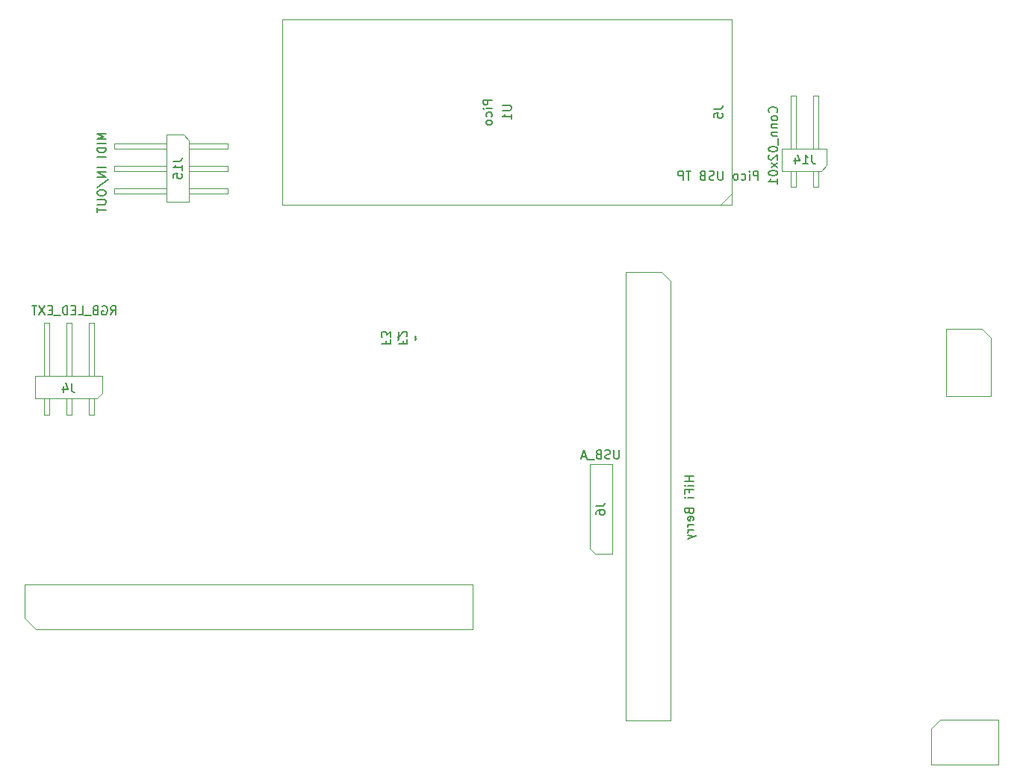
<source format=gbr>
%TF.GenerationSoftware,KiCad,Pcbnew,7.0.1.1-36-gbcf78dbe24-dirty-deb11*%
%TF.CreationDate,2023-05-13T09:01:53+00:00*%
%TF.ProjectId,pedalboard-hw,70656461-6c62-46f6-9172-642d68772e6b,2.0.0*%
%TF.SameCoordinates,Original*%
%TF.FileFunction,AssemblyDrawing,Bot*%
%FSLAX46Y46*%
G04 Gerber Fmt 4.6, Leading zero omitted, Abs format (unit mm)*
G04 Created by KiCad (PCBNEW 7.0.1.1-36-gbcf78dbe24-dirty-deb11) date 2023-05-13 09:01:53*
%MOMM*%
%LPD*%
G01*
G04 APERTURE LIST*
%ADD10C,0.150000*%
%ADD11C,0.100000*%
%ADD12C,0.120000*%
G04 APERTURE END LIST*
D10*
%TO.C,J6*%
X115696428Y-87292619D02*
X115696428Y-88102142D01*
X115696428Y-88102142D02*
X115648809Y-88197380D01*
X115648809Y-88197380D02*
X115601190Y-88245000D01*
X115601190Y-88245000D02*
X115505952Y-88292619D01*
X115505952Y-88292619D02*
X115315476Y-88292619D01*
X115315476Y-88292619D02*
X115220238Y-88245000D01*
X115220238Y-88245000D02*
X115172619Y-88197380D01*
X115172619Y-88197380D02*
X115125000Y-88102142D01*
X115125000Y-88102142D02*
X115125000Y-87292619D01*
X114696428Y-88245000D02*
X114553571Y-88292619D01*
X114553571Y-88292619D02*
X114315476Y-88292619D01*
X114315476Y-88292619D02*
X114220238Y-88245000D01*
X114220238Y-88245000D02*
X114172619Y-88197380D01*
X114172619Y-88197380D02*
X114125000Y-88102142D01*
X114125000Y-88102142D02*
X114125000Y-88006904D01*
X114125000Y-88006904D02*
X114172619Y-87911666D01*
X114172619Y-87911666D02*
X114220238Y-87864047D01*
X114220238Y-87864047D02*
X114315476Y-87816428D01*
X114315476Y-87816428D02*
X114505952Y-87768809D01*
X114505952Y-87768809D02*
X114601190Y-87721190D01*
X114601190Y-87721190D02*
X114648809Y-87673571D01*
X114648809Y-87673571D02*
X114696428Y-87578333D01*
X114696428Y-87578333D02*
X114696428Y-87483095D01*
X114696428Y-87483095D02*
X114648809Y-87387857D01*
X114648809Y-87387857D02*
X114601190Y-87340238D01*
X114601190Y-87340238D02*
X114505952Y-87292619D01*
X114505952Y-87292619D02*
X114267857Y-87292619D01*
X114267857Y-87292619D02*
X114125000Y-87340238D01*
X113363095Y-87768809D02*
X113220238Y-87816428D01*
X113220238Y-87816428D02*
X113172619Y-87864047D01*
X113172619Y-87864047D02*
X113125000Y-87959285D01*
X113125000Y-87959285D02*
X113125000Y-88102142D01*
X113125000Y-88102142D02*
X113172619Y-88197380D01*
X113172619Y-88197380D02*
X113220238Y-88245000D01*
X113220238Y-88245000D02*
X113315476Y-88292619D01*
X113315476Y-88292619D02*
X113696428Y-88292619D01*
X113696428Y-88292619D02*
X113696428Y-87292619D01*
X113696428Y-87292619D02*
X113363095Y-87292619D01*
X113363095Y-87292619D02*
X113267857Y-87340238D01*
X113267857Y-87340238D02*
X113220238Y-87387857D01*
X113220238Y-87387857D02*
X113172619Y-87483095D01*
X113172619Y-87483095D02*
X113172619Y-87578333D01*
X113172619Y-87578333D02*
X113220238Y-87673571D01*
X113220238Y-87673571D02*
X113267857Y-87721190D01*
X113267857Y-87721190D02*
X113363095Y-87768809D01*
X113363095Y-87768809D02*
X113696428Y-87768809D01*
X112934524Y-88387857D02*
X112172619Y-88387857D01*
X111982142Y-88006904D02*
X111505952Y-88006904D01*
X112077380Y-88292619D02*
X111744047Y-87292619D01*
X111744047Y-87292619D02*
X111410714Y-88292619D01*
X113087619Y-93636666D02*
X113801904Y-93636666D01*
X113801904Y-93636666D02*
X113944761Y-93589047D01*
X113944761Y-93589047D02*
X114040000Y-93493809D01*
X114040000Y-93493809D02*
X114087619Y-93350952D01*
X114087619Y-93350952D02*
X114087619Y-93255714D01*
X113087619Y-94541428D02*
X113087619Y-94350952D01*
X113087619Y-94350952D02*
X113135238Y-94255714D01*
X113135238Y-94255714D02*
X113182857Y-94208095D01*
X113182857Y-94208095D02*
X113325714Y-94112857D01*
X113325714Y-94112857D02*
X113516190Y-94065238D01*
X113516190Y-94065238D02*
X113897142Y-94065238D01*
X113897142Y-94065238D02*
X113992380Y-94112857D01*
X113992380Y-94112857D02*
X114040000Y-94160476D01*
X114040000Y-94160476D02*
X114087619Y-94255714D01*
X114087619Y-94255714D02*
X114087619Y-94446190D01*
X114087619Y-94446190D02*
X114040000Y-94541428D01*
X114040000Y-94541428D02*
X113992380Y-94589047D01*
X113992380Y-94589047D02*
X113897142Y-94636666D01*
X113897142Y-94636666D02*
X113659047Y-94636666D01*
X113659047Y-94636666D02*
X113563809Y-94589047D01*
X113563809Y-94589047D02*
X113516190Y-94541428D01*
X113516190Y-94541428D02*
X113468571Y-94446190D01*
X113468571Y-94446190D02*
X113468571Y-94255714D01*
X113468571Y-94255714D02*
X113516190Y-94160476D01*
X113516190Y-94160476D02*
X113563809Y-94112857D01*
X113563809Y-94112857D02*
X113659047Y-94065238D01*
%TO.C,F3*%
X90628333Y-74861904D02*
X90675952Y-74814285D01*
X90675952Y-74814285D02*
X90723571Y-74719047D01*
X90723571Y-74719047D02*
X90628333Y-74528571D01*
X90628333Y-74528571D02*
X90675952Y-74433333D01*
X90675952Y-74433333D02*
X90723571Y-74385714D01*
X89271190Y-74933333D02*
X89271190Y-75266666D01*
X88747380Y-75266666D02*
X89747380Y-75266666D01*
X89747380Y-75266666D02*
X89747380Y-74790476D01*
X89747380Y-74504761D02*
X89747380Y-73885714D01*
X89747380Y-73885714D02*
X89366428Y-74219047D01*
X89366428Y-74219047D02*
X89366428Y-74076190D01*
X89366428Y-74076190D02*
X89318809Y-73980952D01*
X89318809Y-73980952D02*
X89271190Y-73933333D01*
X89271190Y-73933333D02*
X89175952Y-73885714D01*
X89175952Y-73885714D02*
X88937857Y-73885714D01*
X88937857Y-73885714D02*
X88842619Y-73933333D01*
X88842619Y-73933333D02*
X88795000Y-73980952D01*
X88795000Y-73980952D02*
X88747380Y-74076190D01*
X88747380Y-74076190D02*
X88747380Y-74361904D01*
X88747380Y-74361904D02*
X88795000Y-74457142D01*
X88795000Y-74457142D02*
X88842619Y-74504761D01*
%TO.C,J14*%
X133557380Y-49051904D02*
X133605000Y-49004285D01*
X133605000Y-49004285D02*
X133652619Y-48861428D01*
X133652619Y-48861428D02*
X133652619Y-48766190D01*
X133652619Y-48766190D02*
X133605000Y-48623333D01*
X133605000Y-48623333D02*
X133509761Y-48528095D01*
X133509761Y-48528095D02*
X133414523Y-48480476D01*
X133414523Y-48480476D02*
X133224047Y-48432857D01*
X133224047Y-48432857D02*
X133081190Y-48432857D01*
X133081190Y-48432857D02*
X132890714Y-48480476D01*
X132890714Y-48480476D02*
X132795476Y-48528095D01*
X132795476Y-48528095D02*
X132700238Y-48623333D01*
X132700238Y-48623333D02*
X132652619Y-48766190D01*
X132652619Y-48766190D02*
X132652619Y-48861428D01*
X132652619Y-48861428D02*
X132700238Y-49004285D01*
X132700238Y-49004285D02*
X132747857Y-49051904D01*
X133652619Y-49623333D02*
X133605000Y-49528095D01*
X133605000Y-49528095D02*
X133557380Y-49480476D01*
X133557380Y-49480476D02*
X133462142Y-49432857D01*
X133462142Y-49432857D02*
X133176428Y-49432857D01*
X133176428Y-49432857D02*
X133081190Y-49480476D01*
X133081190Y-49480476D02*
X133033571Y-49528095D01*
X133033571Y-49528095D02*
X132985952Y-49623333D01*
X132985952Y-49623333D02*
X132985952Y-49766190D01*
X132985952Y-49766190D02*
X133033571Y-49861428D01*
X133033571Y-49861428D02*
X133081190Y-49909047D01*
X133081190Y-49909047D02*
X133176428Y-49956666D01*
X133176428Y-49956666D02*
X133462142Y-49956666D01*
X133462142Y-49956666D02*
X133557380Y-49909047D01*
X133557380Y-49909047D02*
X133605000Y-49861428D01*
X133605000Y-49861428D02*
X133652619Y-49766190D01*
X133652619Y-49766190D02*
X133652619Y-49623333D01*
X132985952Y-50385238D02*
X133652619Y-50385238D01*
X133081190Y-50385238D02*
X133033571Y-50432857D01*
X133033571Y-50432857D02*
X132985952Y-50528095D01*
X132985952Y-50528095D02*
X132985952Y-50670952D01*
X132985952Y-50670952D02*
X133033571Y-50766190D01*
X133033571Y-50766190D02*
X133128809Y-50813809D01*
X133128809Y-50813809D02*
X133652619Y-50813809D01*
X132985952Y-51290000D02*
X133652619Y-51290000D01*
X133081190Y-51290000D02*
X133033571Y-51337619D01*
X133033571Y-51337619D02*
X132985952Y-51432857D01*
X132985952Y-51432857D02*
X132985952Y-51575714D01*
X132985952Y-51575714D02*
X133033571Y-51670952D01*
X133033571Y-51670952D02*
X133128809Y-51718571D01*
X133128809Y-51718571D02*
X133652619Y-51718571D01*
X133747857Y-51956667D02*
X133747857Y-52718571D01*
X132652619Y-53147143D02*
X132652619Y-53242381D01*
X132652619Y-53242381D02*
X132700238Y-53337619D01*
X132700238Y-53337619D02*
X132747857Y-53385238D01*
X132747857Y-53385238D02*
X132843095Y-53432857D01*
X132843095Y-53432857D02*
X133033571Y-53480476D01*
X133033571Y-53480476D02*
X133271666Y-53480476D01*
X133271666Y-53480476D02*
X133462142Y-53432857D01*
X133462142Y-53432857D02*
X133557380Y-53385238D01*
X133557380Y-53385238D02*
X133605000Y-53337619D01*
X133605000Y-53337619D02*
X133652619Y-53242381D01*
X133652619Y-53242381D02*
X133652619Y-53147143D01*
X133652619Y-53147143D02*
X133605000Y-53051905D01*
X133605000Y-53051905D02*
X133557380Y-53004286D01*
X133557380Y-53004286D02*
X133462142Y-52956667D01*
X133462142Y-52956667D02*
X133271666Y-52909048D01*
X133271666Y-52909048D02*
X133033571Y-52909048D01*
X133033571Y-52909048D02*
X132843095Y-52956667D01*
X132843095Y-52956667D02*
X132747857Y-53004286D01*
X132747857Y-53004286D02*
X132700238Y-53051905D01*
X132700238Y-53051905D02*
X132652619Y-53147143D01*
X132747857Y-53861429D02*
X132700238Y-53909048D01*
X132700238Y-53909048D02*
X132652619Y-54004286D01*
X132652619Y-54004286D02*
X132652619Y-54242381D01*
X132652619Y-54242381D02*
X132700238Y-54337619D01*
X132700238Y-54337619D02*
X132747857Y-54385238D01*
X132747857Y-54385238D02*
X132843095Y-54432857D01*
X132843095Y-54432857D02*
X132938333Y-54432857D01*
X132938333Y-54432857D02*
X133081190Y-54385238D01*
X133081190Y-54385238D02*
X133652619Y-53813810D01*
X133652619Y-53813810D02*
X133652619Y-54432857D01*
X133652619Y-54766191D02*
X132985952Y-55290000D01*
X132985952Y-54766191D02*
X133652619Y-55290000D01*
X132652619Y-55861429D02*
X132652619Y-55956667D01*
X132652619Y-55956667D02*
X132700238Y-56051905D01*
X132700238Y-56051905D02*
X132747857Y-56099524D01*
X132747857Y-56099524D02*
X132843095Y-56147143D01*
X132843095Y-56147143D02*
X133033571Y-56194762D01*
X133033571Y-56194762D02*
X133271666Y-56194762D01*
X133271666Y-56194762D02*
X133462142Y-56147143D01*
X133462142Y-56147143D02*
X133557380Y-56099524D01*
X133557380Y-56099524D02*
X133605000Y-56051905D01*
X133605000Y-56051905D02*
X133652619Y-55956667D01*
X133652619Y-55956667D02*
X133652619Y-55861429D01*
X133652619Y-55861429D02*
X133605000Y-55766191D01*
X133605000Y-55766191D02*
X133557380Y-55718572D01*
X133557380Y-55718572D02*
X133462142Y-55670953D01*
X133462142Y-55670953D02*
X133271666Y-55623334D01*
X133271666Y-55623334D02*
X133033571Y-55623334D01*
X133033571Y-55623334D02*
X132843095Y-55670953D01*
X132843095Y-55670953D02*
X132747857Y-55718572D01*
X132747857Y-55718572D02*
X132700238Y-55766191D01*
X132700238Y-55766191D02*
X132652619Y-55861429D01*
X133652619Y-57147143D02*
X133652619Y-56575715D01*
X133652619Y-56861429D02*
X132652619Y-56861429D01*
X132652619Y-56861429D02*
X132795476Y-56766191D01*
X132795476Y-56766191D02*
X132890714Y-56670953D01*
X132890714Y-56670953D02*
X132938333Y-56575715D01*
X137539523Y-53867619D02*
X137539523Y-54581904D01*
X137539523Y-54581904D02*
X137587142Y-54724761D01*
X137587142Y-54724761D02*
X137682380Y-54820000D01*
X137682380Y-54820000D02*
X137825237Y-54867619D01*
X137825237Y-54867619D02*
X137920475Y-54867619D01*
X136539523Y-54867619D02*
X137110951Y-54867619D01*
X136825237Y-54867619D02*
X136825237Y-53867619D01*
X136825237Y-53867619D02*
X136920475Y-54010476D01*
X136920475Y-54010476D02*
X137015713Y-54105714D01*
X137015713Y-54105714D02*
X137110951Y-54153333D01*
X135682380Y-54200952D02*
X135682380Y-54867619D01*
X135920475Y-53820000D02*
X136158570Y-54534285D01*
X136158570Y-54534285D02*
X135539523Y-54534285D01*
%TO.C,J5*%
X131473009Y-56692219D02*
X131473009Y-55692219D01*
X131473009Y-55692219D02*
X131092057Y-55692219D01*
X131092057Y-55692219D02*
X130996819Y-55739838D01*
X130996819Y-55739838D02*
X130949200Y-55787457D01*
X130949200Y-55787457D02*
X130901581Y-55882695D01*
X130901581Y-55882695D02*
X130901581Y-56025552D01*
X130901581Y-56025552D02*
X130949200Y-56120790D01*
X130949200Y-56120790D02*
X130996819Y-56168409D01*
X130996819Y-56168409D02*
X131092057Y-56216028D01*
X131092057Y-56216028D02*
X131473009Y-56216028D01*
X130473009Y-56692219D02*
X130473009Y-56025552D01*
X130473009Y-55692219D02*
X130520628Y-55739838D01*
X130520628Y-55739838D02*
X130473009Y-55787457D01*
X130473009Y-55787457D02*
X130425390Y-55739838D01*
X130425390Y-55739838D02*
X130473009Y-55692219D01*
X130473009Y-55692219D02*
X130473009Y-55787457D01*
X129568248Y-56644600D02*
X129663486Y-56692219D01*
X129663486Y-56692219D02*
X129853962Y-56692219D01*
X129853962Y-56692219D02*
X129949200Y-56644600D01*
X129949200Y-56644600D02*
X129996819Y-56596980D01*
X129996819Y-56596980D02*
X130044438Y-56501742D01*
X130044438Y-56501742D02*
X130044438Y-56216028D01*
X130044438Y-56216028D02*
X129996819Y-56120790D01*
X129996819Y-56120790D02*
X129949200Y-56073171D01*
X129949200Y-56073171D02*
X129853962Y-56025552D01*
X129853962Y-56025552D02*
X129663486Y-56025552D01*
X129663486Y-56025552D02*
X129568248Y-56073171D01*
X128996819Y-56692219D02*
X129092057Y-56644600D01*
X129092057Y-56644600D02*
X129139676Y-56596980D01*
X129139676Y-56596980D02*
X129187295Y-56501742D01*
X129187295Y-56501742D02*
X129187295Y-56216028D01*
X129187295Y-56216028D02*
X129139676Y-56120790D01*
X129139676Y-56120790D02*
X129092057Y-56073171D01*
X129092057Y-56073171D02*
X128996819Y-56025552D01*
X128996819Y-56025552D02*
X128853962Y-56025552D01*
X128853962Y-56025552D02*
X128758724Y-56073171D01*
X128758724Y-56073171D02*
X128711105Y-56120790D01*
X128711105Y-56120790D02*
X128663486Y-56216028D01*
X128663486Y-56216028D02*
X128663486Y-56501742D01*
X128663486Y-56501742D02*
X128711105Y-56596980D01*
X128711105Y-56596980D02*
X128758724Y-56644600D01*
X128758724Y-56644600D02*
X128853962Y-56692219D01*
X128853962Y-56692219D02*
X128996819Y-56692219D01*
X127473009Y-55692219D02*
X127473009Y-56501742D01*
X127473009Y-56501742D02*
X127425390Y-56596980D01*
X127425390Y-56596980D02*
X127377771Y-56644600D01*
X127377771Y-56644600D02*
X127282533Y-56692219D01*
X127282533Y-56692219D02*
X127092057Y-56692219D01*
X127092057Y-56692219D02*
X126996819Y-56644600D01*
X126996819Y-56644600D02*
X126949200Y-56596980D01*
X126949200Y-56596980D02*
X126901581Y-56501742D01*
X126901581Y-56501742D02*
X126901581Y-55692219D01*
X126473009Y-56644600D02*
X126330152Y-56692219D01*
X126330152Y-56692219D02*
X126092057Y-56692219D01*
X126092057Y-56692219D02*
X125996819Y-56644600D01*
X125996819Y-56644600D02*
X125949200Y-56596980D01*
X125949200Y-56596980D02*
X125901581Y-56501742D01*
X125901581Y-56501742D02*
X125901581Y-56406504D01*
X125901581Y-56406504D02*
X125949200Y-56311266D01*
X125949200Y-56311266D02*
X125996819Y-56263647D01*
X125996819Y-56263647D02*
X126092057Y-56216028D01*
X126092057Y-56216028D02*
X126282533Y-56168409D01*
X126282533Y-56168409D02*
X126377771Y-56120790D01*
X126377771Y-56120790D02*
X126425390Y-56073171D01*
X126425390Y-56073171D02*
X126473009Y-55977933D01*
X126473009Y-55977933D02*
X126473009Y-55882695D01*
X126473009Y-55882695D02*
X126425390Y-55787457D01*
X126425390Y-55787457D02*
X126377771Y-55739838D01*
X126377771Y-55739838D02*
X126282533Y-55692219D01*
X126282533Y-55692219D02*
X126044438Y-55692219D01*
X126044438Y-55692219D02*
X125901581Y-55739838D01*
X125139676Y-56168409D02*
X124996819Y-56216028D01*
X124996819Y-56216028D02*
X124949200Y-56263647D01*
X124949200Y-56263647D02*
X124901581Y-56358885D01*
X124901581Y-56358885D02*
X124901581Y-56501742D01*
X124901581Y-56501742D02*
X124949200Y-56596980D01*
X124949200Y-56596980D02*
X124996819Y-56644600D01*
X124996819Y-56644600D02*
X125092057Y-56692219D01*
X125092057Y-56692219D02*
X125473009Y-56692219D01*
X125473009Y-56692219D02*
X125473009Y-55692219D01*
X125473009Y-55692219D02*
X125139676Y-55692219D01*
X125139676Y-55692219D02*
X125044438Y-55739838D01*
X125044438Y-55739838D02*
X124996819Y-55787457D01*
X124996819Y-55787457D02*
X124949200Y-55882695D01*
X124949200Y-55882695D02*
X124949200Y-55977933D01*
X124949200Y-55977933D02*
X124996819Y-56073171D01*
X124996819Y-56073171D02*
X125044438Y-56120790D01*
X125044438Y-56120790D02*
X125139676Y-56168409D01*
X125139676Y-56168409D02*
X125473009Y-56168409D01*
X123853961Y-55692219D02*
X123282533Y-55692219D01*
X123568247Y-56692219D02*
X123568247Y-55692219D01*
X122949199Y-56692219D02*
X122949199Y-55692219D01*
X122949199Y-55692219D02*
X122568247Y-55692219D01*
X122568247Y-55692219D02*
X122473009Y-55739838D01*
X122473009Y-55739838D02*
X122425390Y-55787457D01*
X122425390Y-55787457D02*
X122377771Y-55882695D01*
X122377771Y-55882695D02*
X122377771Y-56025552D01*
X122377771Y-56025552D02*
X122425390Y-56120790D01*
X122425390Y-56120790D02*
X122473009Y-56168409D01*
X122473009Y-56168409D02*
X122568247Y-56216028D01*
X122568247Y-56216028D02*
X122949199Y-56216028D01*
X126462619Y-48666666D02*
X127176904Y-48666666D01*
X127176904Y-48666666D02*
X127319761Y-48619047D01*
X127319761Y-48619047D02*
X127415000Y-48523809D01*
X127415000Y-48523809D02*
X127462619Y-48380952D01*
X127462619Y-48380952D02*
X127462619Y-48285714D01*
X126462619Y-49619047D02*
X126462619Y-49142857D01*
X126462619Y-49142857D02*
X126938809Y-49095238D01*
X126938809Y-49095238D02*
X126891190Y-49142857D01*
X126891190Y-49142857D02*
X126843571Y-49238095D01*
X126843571Y-49238095D02*
X126843571Y-49476190D01*
X126843571Y-49476190D02*
X126891190Y-49571428D01*
X126891190Y-49571428D02*
X126938809Y-49619047D01*
X126938809Y-49619047D02*
X127034047Y-49666666D01*
X127034047Y-49666666D02*
X127272142Y-49666666D01*
X127272142Y-49666666D02*
X127367380Y-49619047D01*
X127367380Y-49619047D02*
X127415000Y-49571428D01*
X127415000Y-49571428D02*
X127462619Y-49476190D01*
X127462619Y-49476190D02*
X127462619Y-49238095D01*
X127462619Y-49238095D02*
X127415000Y-49142857D01*
X127415000Y-49142857D02*
X127367380Y-49095238D01*
%TO.C,U1*%
X101303619Y-47619048D02*
X100303619Y-47619048D01*
X100303619Y-47619048D02*
X100303619Y-48000000D01*
X100303619Y-48000000D02*
X100351238Y-48095238D01*
X100351238Y-48095238D02*
X100398857Y-48142857D01*
X100398857Y-48142857D02*
X100494095Y-48190476D01*
X100494095Y-48190476D02*
X100636952Y-48190476D01*
X100636952Y-48190476D02*
X100732190Y-48142857D01*
X100732190Y-48142857D02*
X100779809Y-48095238D01*
X100779809Y-48095238D02*
X100827428Y-48000000D01*
X100827428Y-48000000D02*
X100827428Y-47619048D01*
X101303619Y-48619048D02*
X100636952Y-48619048D01*
X100303619Y-48619048D02*
X100351238Y-48571429D01*
X100351238Y-48571429D02*
X100398857Y-48619048D01*
X100398857Y-48619048D02*
X100351238Y-48666667D01*
X100351238Y-48666667D02*
X100303619Y-48619048D01*
X100303619Y-48619048D02*
X100398857Y-48619048D01*
X101256000Y-49523809D02*
X101303619Y-49428571D01*
X101303619Y-49428571D02*
X101303619Y-49238095D01*
X101303619Y-49238095D02*
X101256000Y-49142857D01*
X101256000Y-49142857D02*
X101208380Y-49095238D01*
X101208380Y-49095238D02*
X101113142Y-49047619D01*
X101113142Y-49047619D02*
X100827428Y-49047619D01*
X100827428Y-49047619D02*
X100732190Y-49095238D01*
X100732190Y-49095238D02*
X100684571Y-49142857D01*
X100684571Y-49142857D02*
X100636952Y-49238095D01*
X100636952Y-49238095D02*
X100636952Y-49428571D01*
X100636952Y-49428571D02*
X100684571Y-49523809D01*
X101303619Y-50095238D02*
X101256000Y-50000000D01*
X101256000Y-50000000D02*
X101208380Y-49952381D01*
X101208380Y-49952381D02*
X101113142Y-49904762D01*
X101113142Y-49904762D02*
X100827428Y-49904762D01*
X100827428Y-49904762D02*
X100732190Y-49952381D01*
X100732190Y-49952381D02*
X100684571Y-50000000D01*
X100684571Y-50000000D02*
X100636952Y-50095238D01*
X100636952Y-50095238D02*
X100636952Y-50238095D01*
X100636952Y-50238095D02*
X100684571Y-50333333D01*
X100684571Y-50333333D02*
X100732190Y-50380952D01*
X100732190Y-50380952D02*
X100827428Y-50428571D01*
X100827428Y-50428571D02*
X101113142Y-50428571D01*
X101113142Y-50428571D02*
X101208380Y-50380952D01*
X101208380Y-50380952D02*
X101256000Y-50333333D01*
X101256000Y-50333333D02*
X101303619Y-50238095D01*
X101303619Y-50238095D02*
X101303619Y-50095238D01*
X102462619Y-48238095D02*
X103272142Y-48238095D01*
X103272142Y-48238095D02*
X103367380Y-48285714D01*
X103367380Y-48285714D02*
X103415000Y-48333333D01*
X103415000Y-48333333D02*
X103462619Y-48428571D01*
X103462619Y-48428571D02*
X103462619Y-48619047D01*
X103462619Y-48619047D02*
X103415000Y-48714285D01*
X103415000Y-48714285D02*
X103367380Y-48761904D01*
X103367380Y-48761904D02*
X103272142Y-48809523D01*
X103272142Y-48809523D02*
X102462619Y-48809523D01*
X103462619Y-49809523D02*
X103462619Y-49238095D01*
X103462619Y-49523809D02*
X102462619Y-49523809D01*
X102462619Y-49523809D02*
X102605476Y-49428571D01*
X102605476Y-49428571D02*
X102700714Y-49333333D01*
X102700714Y-49333333D02*
X102748333Y-49238095D01*
%TO.C,J4*%
X58059048Y-71960219D02*
X58392381Y-71484028D01*
X58630476Y-71960219D02*
X58630476Y-70960219D01*
X58630476Y-70960219D02*
X58249524Y-70960219D01*
X58249524Y-70960219D02*
X58154286Y-71007838D01*
X58154286Y-71007838D02*
X58106667Y-71055457D01*
X58106667Y-71055457D02*
X58059048Y-71150695D01*
X58059048Y-71150695D02*
X58059048Y-71293552D01*
X58059048Y-71293552D02*
X58106667Y-71388790D01*
X58106667Y-71388790D02*
X58154286Y-71436409D01*
X58154286Y-71436409D02*
X58249524Y-71484028D01*
X58249524Y-71484028D02*
X58630476Y-71484028D01*
X57106667Y-71007838D02*
X57201905Y-70960219D01*
X57201905Y-70960219D02*
X57344762Y-70960219D01*
X57344762Y-70960219D02*
X57487619Y-71007838D01*
X57487619Y-71007838D02*
X57582857Y-71103076D01*
X57582857Y-71103076D02*
X57630476Y-71198314D01*
X57630476Y-71198314D02*
X57678095Y-71388790D01*
X57678095Y-71388790D02*
X57678095Y-71531647D01*
X57678095Y-71531647D02*
X57630476Y-71722123D01*
X57630476Y-71722123D02*
X57582857Y-71817361D01*
X57582857Y-71817361D02*
X57487619Y-71912600D01*
X57487619Y-71912600D02*
X57344762Y-71960219D01*
X57344762Y-71960219D02*
X57249524Y-71960219D01*
X57249524Y-71960219D02*
X57106667Y-71912600D01*
X57106667Y-71912600D02*
X57059048Y-71864980D01*
X57059048Y-71864980D02*
X57059048Y-71531647D01*
X57059048Y-71531647D02*
X57249524Y-71531647D01*
X56297143Y-71436409D02*
X56154286Y-71484028D01*
X56154286Y-71484028D02*
X56106667Y-71531647D01*
X56106667Y-71531647D02*
X56059048Y-71626885D01*
X56059048Y-71626885D02*
X56059048Y-71769742D01*
X56059048Y-71769742D02*
X56106667Y-71864980D01*
X56106667Y-71864980D02*
X56154286Y-71912600D01*
X56154286Y-71912600D02*
X56249524Y-71960219D01*
X56249524Y-71960219D02*
X56630476Y-71960219D01*
X56630476Y-71960219D02*
X56630476Y-70960219D01*
X56630476Y-70960219D02*
X56297143Y-70960219D01*
X56297143Y-70960219D02*
X56201905Y-71007838D01*
X56201905Y-71007838D02*
X56154286Y-71055457D01*
X56154286Y-71055457D02*
X56106667Y-71150695D01*
X56106667Y-71150695D02*
X56106667Y-71245933D01*
X56106667Y-71245933D02*
X56154286Y-71341171D01*
X56154286Y-71341171D02*
X56201905Y-71388790D01*
X56201905Y-71388790D02*
X56297143Y-71436409D01*
X56297143Y-71436409D02*
X56630476Y-71436409D01*
X55868572Y-72055457D02*
X55106667Y-72055457D01*
X54392381Y-71960219D02*
X54868571Y-71960219D01*
X54868571Y-71960219D02*
X54868571Y-70960219D01*
X54059047Y-71436409D02*
X53725714Y-71436409D01*
X53582857Y-71960219D02*
X54059047Y-71960219D01*
X54059047Y-71960219D02*
X54059047Y-70960219D01*
X54059047Y-70960219D02*
X53582857Y-70960219D01*
X53154285Y-71960219D02*
X53154285Y-70960219D01*
X53154285Y-70960219D02*
X52916190Y-70960219D01*
X52916190Y-70960219D02*
X52773333Y-71007838D01*
X52773333Y-71007838D02*
X52678095Y-71103076D01*
X52678095Y-71103076D02*
X52630476Y-71198314D01*
X52630476Y-71198314D02*
X52582857Y-71388790D01*
X52582857Y-71388790D02*
X52582857Y-71531647D01*
X52582857Y-71531647D02*
X52630476Y-71722123D01*
X52630476Y-71722123D02*
X52678095Y-71817361D01*
X52678095Y-71817361D02*
X52773333Y-71912600D01*
X52773333Y-71912600D02*
X52916190Y-71960219D01*
X52916190Y-71960219D02*
X53154285Y-71960219D01*
X52392381Y-72055457D02*
X51630476Y-72055457D01*
X51392380Y-71436409D02*
X51059047Y-71436409D01*
X50916190Y-71960219D02*
X51392380Y-71960219D01*
X51392380Y-71960219D02*
X51392380Y-70960219D01*
X51392380Y-70960219D02*
X50916190Y-70960219D01*
X50582856Y-70960219D02*
X49916190Y-71960219D01*
X49916190Y-70960219D02*
X50582856Y-71960219D01*
X49678094Y-70960219D02*
X49106666Y-70960219D01*
X49392380Y-71960219D02*
X49392380Y-70960219D01*
X53618333Y-79725219D02*
X53618333Y-80439504D01*
X53618333Y-80439504D02*
X53665952Y-80582361D01*
X53665952Y-80582361D02*
X53761190Y-80677600D01*
X53761190Y-80677600D02*
X53904047Y-80725219D01*
X53904047Y-80725219D02*
X53999285Y-80725219D01*
X52713571Y-80058552D02*
X52713571Y-80725219D01*
X52951666Y-79677600D02*
X53189761Y-80391885D01*
X53189761Y-80391885D02*
X52570714Y-80391885D01*
%TO.C,J8*%
X124162619Y-90275600D02*
X123162619Y-90275600D01*
X123638809Y-90275600D02*
X123638809Y-90847028D01*
X124162619Y-90847028D02*
X123162619Y-90847028D01*
X124162619Y-91323219D02*
X123495952Y-91323219D01*
X123162619Y-91323219D02*
X123210238Y-91275600D01*
X123210238Y-91275600D02*
X123257857Y-91323219D01*
X123257857Y-91323219D02*
X123210238Y-91370838D01*
X123210238Y-91370838D02*
X123162619Y-91323219D01*
X123162619Y-91323219D02*
X123257857Y-91323219D01*
X123638809Y-92132742D02*
X123638809Y-91799409D01*
X124162619Y-91799409D02*
X123162619Y-91799409D01*
X123162619Y-91799409D02*
X123162619Y-92275599D01*
X124162619Y-92656552D02*
X123495952Y-92656552D01*
X123162619Y-92656552D02*
X123210238Y-92608933D01*
X123210238Y-92608933D02*
X123257857Y-92656552D01*
X123257857Y-92656552D02*
X123210238Y-92704171D01*
X123210238Y-92704171D02*
X123162619Y-92656552D01*
X123162619Y-92656552D02*
X123257857Y-92656552D01*
X123638809Y-94227980D02*
X123686428Y-94370837D01*
X123686428Y-94370837D02*
X123734047Y-94418456D01*
X123734047Y-94418456D02*
X123829285Y-94466075D01*
X123829285Y-94466075D02*
X123972142Y-94466075D01*
X123972142Y-94466075D02*
X124067380Y-94418456D01*
X124067380Y-94418456D02*
X124115000Y-94370837D01*
X124115000Y-94370837D02*
X124162619Y-94275599D01*
X124162619Y-94275599D02*
X124162619Y-93894647D01*
X124162619Y-93894647D02*
X123162619Y-93894647D01*
X123162619Y-93894647D02*
X123162619Y-94227980D01*
X123162619Y-94227980D02*
X123210238Y-94323218D01*
X123210238Y-94323218D02*
X123257857Y-94370837D01*
X123257857Y-94370837D02*
X123353095Y-94418456D01*
X123353095Y-94418456D02*
X123448333Y-94418456D01*
X123448333Y-94418456D02*
X123543571Y-94370837D01*
X123543571Y-94370837D02*
X123591190Y-94323218D01*
X123591190Y-94323218D02*
X123638809Y-94227980D01*
X123638809Y-94227980D02*
X123638809Y-93894647D01*
X124115000Y-95275599D02*
X124162619Y-95180361D01*
X124162619Y-95180361D02*
X124162619Y-94989885D01*
X124162619Y-94989885D02*
X124115000Y-94894647D01*
X124115000Y-94894647D02*
X124019761Y-94847028D01*
X124019761Y-94847028D02*
X123638809Y-94847028D01*
X123638809Y-94847028D02*
X123543571Y-94894647D01*
X123543571Y-94894647D02*
X123495952Y-94989885D01*
X123495952Y-94989885D02*
X123495952Y-95180361D01*
X123495952Y-95180361D02*
X123543571Y-95275599D01*
X123543571Y-95275599D02*
X123638809Y-95323218D01*
X123638809Y-95323218D02*
X123734047Y-95323218D01*
X123734047Y-95323218D02*
X123829285Y-94847028D01*
X124162619Y-95751790D02*
X123495952Y-95751790D01*
X123686428Y-95751790D02*
X123591190Y-95799409D01*
X123591190Y-95799409D02*
X123543571Y-95847028D01*
X123543571Y-95847028D02*
X123495952Y-95942266D01*
X123495952Y-95942266D02*
X123495952Y-96037504D01*
X124162619Y-96370838D02*
X123495952Y-96370838D01*
X123686428Y-96370838D02*
X123591190Y-96418457D01*
X123591190Y-96418457D02*
X123543571Y-96466076D01*
X123543571Y-96466076D02*
X123495952Y-96561314D01*
X123495952Y-96561314D02*
X123495952Y-96656552D01*
X123495952Y-96894648D02*
X124162619Y-97132743D01*
X123495952Y-97370838D02*
X124162619Y-97132743D01*
X124162619Y-97132743D02*
X124400714Y-97037505D01*
X124400714Y-97037505D02*
X124448333Y-96989886D01*
X124448333Y-96989886D02*
X124495952Y-96894648D01*
%TO.C,F2*%
X92558333Y-74851904D02*
X92605952Y-74804285D01*
X92605952Y-74804285D02*
X92653571Y-74709047D01*
X92653571Y-74709047D02*
X92558333Y-74518571D01*
X92558333Y-74518571D02*
X92605952Y-74423333D01*
X92605952Y-74423333D02*
X92653571Y-74375714D01*
X91201190Y-74923333D02*
X91201190Y-75256666D01*
X90677380Y-75256666D02*
X91677380Y-75256666D01*
X91677380Y-75256666D02*
X91677380Y-74780476D01*
X91582142Y-74447142D02*
X91629761Y-74399523D01*
X91629761Y-74399523D02*
X91677380Y-74304285D01*
X91677380Y-74304285D02*
X91677380Y-74066190D01*
X91677380Y-74066190D02*
X91629761Y-73970952D01*
X91629761Y-73970952D02*
X91582142Y-73923333D01*
X91582142Y-73923333D02*
X91486904Y-73875714D01*
X91486904Y-73875714D02*
X91391666Y-73875714D01*
X91391666Y-73875714D02*
X91248809Y-73923333D01*
X91248809Y-73923333D02*
X90677380Y-74494761D01*
X90677380Y-74494761D02*
X90677380Y-73875714D01*
%TO.C,J15*%
X57532619Y-51430239D02*
X56532619Y-51430239D01*
X56532619Y-51430239D02*
X57246904Y-51763572D01*
X57246904Y-51763572D02*
X56532619Y-52096905D01*
X56532619Y-52096905D02*
X57532619Y-52096905D01*
X57532619Y-52573096D02*
X56532619Y-52573096D01*
X57532619Y-53049286D02*
X56532619Y-53049286D01*
X56532619Y-53049286D02*
X56532619Y-53287381D01*
X56532619Y-53287381D02*
X56580238Y-53430238D01*
X56580238Y-53430238D02*
X56675476Y-53525476D01*
X56675476Y-53525476D02*
X56770714Y-53573095D01*
X56770714Y-53573095D02*
X56961190Y-53620714D01*
X56961190Y-53620714D02*
X57104047Y-53620714D01*
X57104047Y-53620714D02*
X57294523Y-53573095D01*
X57294523Y-53573095D02*
X57389761Y-53525476D01*
X57389761Y-53525476D02*
X57485000Y-53430238D01*
X57485000Y-53430238D02*
X57532619Y-53287381D01*
X57532619Y-53287381D02*
X57532619Y-53049286D01*
X57532619Y-54049286D02*
X56532619Y-54049286D01*
X57532619Y-55287381D02*
X56532619Y-55287381D01*
X57532619Y-55763571D02*
X56532619Y-55763571D01*
X56532619Y-55763571D02*
X57532619Y-56334999D01*
X57532619Y-56334999D02*
X56532619Y-56334999D01*
X56485000Y-57525475D02*
X57770714Y-56668333D01*
X56532619Y-58049285D02*
X56532619Y-58239761D01*
X56532619Y-58239761D02*
X56580238Y-58334999D01*
X56580238Y-58334999D02*
X56675476Y-58430237D01*
X56675476Y-58430237D02*
X56865952Y-58477856D01*
X56865952Y-58477856D02*
X57199285Y-58477856D01*
X57199285Y-58477856D02*
X57389761Y-58430237D01*
X57389761Y-58430237D02*
X57485000Y-58334999D01*
X57485000Y-58334999D02*
X57532619Y-58239761D01*
X57532619Y-58239761D02*
X57532619Y-58049285D01*
X57532619Y-58049285D02*
X57485000Y-57954047D01*
X57485000Y-57954047D02*
X57389761Y-57858809D01*
X57389761Y-57858809D02*
X57199285Y-57811190D01*
X57199285Y-57811190D02*
X56865952Y-57811190D01*
X56865952Y-57811190D02*
X56675476Y-57858809D01*
X56675476Y-57858809D02*
X56580238Y-57954047D01*
X56580238Y-57954047D02*
X56532619Y-58049285D01*
X56532619Y-58906428D02*
X57342142Y-58906428D01*
X57342142Y-58906428D02*
X57437380Y-58954047D01*
X57437380Y-58954047D02*
X57485000Y-59001666D01*
X57485000Y-59001666D02*
X57532619Y-59096904D01*
X57532619Y-59096904D02*
X57532619Y-59287380D01*
X57532619Y-59287380D02*
X57485000Y-59382618D01*
X57485000Y-59382618D02*
X57437380Y-59430237D01*
X57437380Y-59430237D02*
X57342142Y-59477856D01*
X57342142Y-59477856D02*
X56532619Y-59477856D01*
X56532619Y-59811190D02*
X56532619Y-60382618D01*
X57532619Y-60096904D02*
X56532619Y-60096904D01*
X65152619Y-54580476D02*
X65866904Y-54580476D01*
X65866904Y-54580476D02*
X66009761Y-54532857D01*
X66009761Y-54532857D02*
X66105000Y-54437619D01*
X66105000Y-54437619D02*
X66152619Y-54294762D01*
X66152619Y-54294762D02*
X66152619Y-54199524D01*
X66152619Y-55580476D02*
X66152619Y-55009048D01*
X66152619Y-55294762D02*
X65152619Y-55294762D01*
X65152619Y-55294762D02*
X65295476Y-55199524D01*
X65295476Y-55199524D02*
X65390714Y-55104286D01*
X65390714Y-55104286D02*
X65438333Y-55009048D01*
X65152619Y-56485238D02*
X65152619Y-56009048D01*
X65152619Y-56009048D02*
X65628809Y-55961429D01*
X65628809Y-55961429D02*
X65581190Y-56009048D01*
X65581190Y-56009048D02*
X65533571Y-56104286D01*
X65533571Y-56104286D02*
X65533571Y-56342381D01*
X65533571Y-56342381D02*
X65581190Y-56437619D01*
X65581190Y-56437619D02*
X65628809Y-56485238D01*
X65628809Y-56485238D02*
X65724047Y-56532857D01*
X65724047Y-56532857D02*
X65962142Y-56532857D01*
X65962142Y-56532857D02*
X66057380Y-56485238D01*
X66057380Y-56485238D02*
X66105000Y-56437619D01*
X66105000Y-56437619D02*
X66152619Y-56342381D01*
X66152619Y-56342381D02*
X66152619Y-56104286D01*
X66152619Y-56104286D02*
X66105000Y-56009048D01*
X66105000Y-56009048D02*
X66057380Y-55961429D01*
D11*
%TO.C,J7*%
X49590000Y-107590000D02*
X48320000Y-106320000D01*
X99120000Y-107590000D02*
X49590000Y-107590000D01*
X48320000Y-106320000D02*
X48320000Y-102510000D01*
X48320000Y-102510000D02*
X99120000Y-102510000D01*
X99120000Y-102510000D02*
X99120000Y-107590000D01*
%TO.C,J6*%
X112355000Y-88890000D02*
X112355000Y-98415000D01*
X112355000Y-98415000D02*
X112990000Y-99050000D01*
X112990000Y-99050000D02*
X114895000Y-99050000D01*
X114895000Y-88890000D02*
X112355000Y-88890000D01*
X114895000Y-99050000D02*
X114895000Y-88890000D01*
%TO.C,J14*%
X135140000Y-57495000D02*
X135140000Y-55675000D01*
X135780000Y-57495000D02*
X135140000Y-57495000D01*
X135780000Y-57495000D02*
X135780000Y-55675000D01*
X137680000Y-57495000D02*
X137680000Y-55675000D01*
X138320000Y-57495000D02*
X137680000Y-57495000D01*
X138320000Y-57495000D02*
X138320000Y-55675000D01*
X134190000Y-55675000D02*
X138635000Y-55675000D01*
X138635000Y-55675000D02*
X139270000Y-55040000D01*
X139270000Y-55040000D02*
X139270000Y-53135000D01*
X134190000Y-53135000D02*
X134190000Y-55675000D01*
X135140000Y-53135000D02*
X135140000Y-47135000D01*
X135780000Y-53135000D02*
X135780000Y-47135000D01*
X137680000Y-53135000D02*
X137680000Y-47135000D01*
X138320000Y-53135000D02*
X138320000Y-47135000D01*
X139270000Y-53135000D02*
X134190000Y-53135000D01*
X135780000Y-47135000D02*
X135140000Y-47135000D01*
X138320000Y-47135000D02*
X137680000Y-47135000D01*
D12*
%TO.C,U1*%
X77500000Y-59500000D02*
X128500000Y-59500000D01*
X127200000Y-59500000D02*
X128500000Y-58200000D01*
X128500000Y-59500000D02*
X128500000Y-38500000D01*
X77500000Y-38500000D02*
X77500000Y-59500000D01*
X128500000Y-38500000D02*
X77500000Y-38500000D01*
D11*
%TO.C,J4*%
X50465000Y-83282600D02*
X50465000Y-81462600D01*
X51105000Y-83282600D02*
X50465000Y-83282600D01*
X51105000Y-83282600D02*
X51105000Y-81462600D01*
X53005000Y-83282600D02*
X53005000Y-81462600D01*
X53645000Y-83282600D02*
X53005000Y-83282600D01*
X53645000Y-83282600D02*
X53645000Y-81462600D01*
X55545000Y-83282600D02*
X55545000Y-81462600D01*
X56185000Y-83282600D02*
X55545000Y-83282600D01*
X56185000Y-83282600D02*
X56185000Y-81462600D01*
X49515000Y-81462600D02*
X56500000Y-81462600D01*
X56500000Y-81462600D02*
X57135000Y-80827600D01*
X57135000Y-80827600D02*
X57135000Y-78922600D01*
X49515000Y-78922600D02*
X49515000Y-81462600D01*
X50465000Y-78922600D02*
X50465000Y-72922600D01*
X51105000Y-78922600D02*
X51105000Y-72922600D01*
X53005000Y-78922600D02*
X53005000Y-72922600D01*
X53645000Y-78922600D02*
X53645000Y-72922600D01*
X55545000Y-78922600D02*
X55545000Y-72922600D01*
X56185000Y-78922600D02*
X56185000Y-72922600D01*
X57135000Y-78922600D02*
X49515000Y-78922600D01*
X51105000Y-72922600D02*
X50465000Y-72922600D01*
X53645000Y-72922600D02*
X53005000Y-72922600D01*
X56185000Y-72922600D02*
X55545000Y-72922600D01*
%TO.C,J8*%
X158730000Y-122960600D02*
X151110000Y-122960600D01*
X158730000Y-117880600D02*
X158730000Y-122960600D01*
X157825000Y-81195600D02*
X152745000Y-81195600D01*
X157825000Y-74575600D02*
X157825000Y-81195600D01*
X156825000Y-73575600D02*
X157825000Y-74575600D01*
X152745000Y-81195600D02*
X152745000Y-73575600D01*
X152745000Y-73575600D02*
X156825000Y-73575600D01*
X152110000Y-117880600D02*
X158730000Y-117880600D01*
X151110000Y-122960600D02*
X151110000Y-118880600D01*
X151110000Y-118880600D02*
X152110000Y-117880600D01*
X121520000Y-117905600D02*
X116440000Y-117905600D01*
X121520000Y-68105600D02*
X121520000Y-117905600D01*
X120520000Y-67105600D02*
X121520000Y-68105600D01*
X116440000Y-117905600D02*
X116440000Y-67105600D01*
X116440000Y-67105600D02*
X120520000Y-67105600D01*
%TO.C,J15*%
X71320000Y-58250000D02*
X66960000Y-58250000D01*
X71320000Y-57610000D02*
X71320000Y-58250000D01*
X71320000Y-57610000D02*
X66960000Y-57610000D01*
X71320000Y-55710000D02*
X66960000Y-55710000D01*
X71320000Y-55070000D02*
X71320000Y-55710000D01*
X71320000Y-55070000D02*
X66960000Y-55070000D01*
X71320000Y-53170000D02*
X66960000Y-53170000D01*
X71320000Y-52530000D02*
X71320000Y-53170000D01*
X71320000Y-52530000D02*
X66960000Y-52530000D01*
X66960000Y-59200000D02*
X66960000Y-52215000D01*
X66960000Y-52215000D02*
X66325000Y-51580000D01*
X66325000Y-51580000D02*
X64420000Y-51580000D01*
X64420000Y-59200000D02*
X66960000Y-59200000D01*
X64420000Y-58250000D02*
X58420000Y-58250000D01*
X64420000Y-57610000D02*
X58420000Y-57610000D01*
X64420000Y-55710000D02*
X58420000Y-55710000D01*
X64420000Y-55070000D02*
X58420000Y-55070000D01*
X64420000Y-53170000D02*
X58420000Y-53170000D01*
X64420000Y-52530000D02*
X58420000Y-52530000D01*
X64420000Y-51580000D02*
X64420000Y-59200000D01*
X58420000Y-57610000D02*
X58420000Y-58250000D01*
X58420000Y-55070000D02*
X58420000Y-55710000D01*
X58420000Y-52530000D02*
X58420000Y-53170000D01*
%TD*%
M02*

</source>
